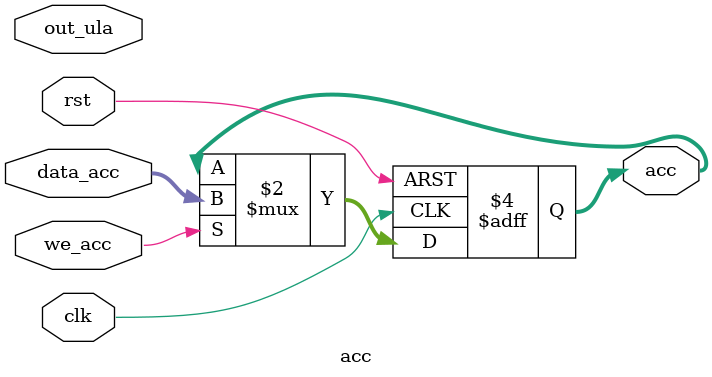
<source format=v>
module acc(
    input clk,	
	 input rst,
	 input we_acc,
	 input [7:0] data_acc,
	 input [7:0] out_ula,
	 output reg [7:0] acc
);

always @(posedge clk or posedge rst)
begin
	if(rst)
		acc <= 'd0;
	else
		if(we_acc)
			acc <= data_acc;
end
endmodule
</source>
